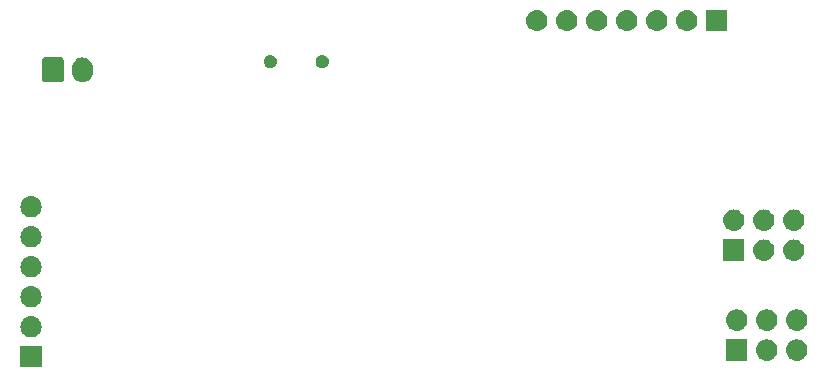
<source format=gbr>
G04 #@! TF.GenerationSoftware,KiCad,Pcbnew,5.1.4+dfsg1-1*
G04 #@! TF.CreationDate,2020-04-01T15:50:02-07:00*
G04 #@! TF.ProjectId,esp32_sensornode,65737033-325f-4736-956e-736f726e6f64,rev?*
G04 #@! TF.SameCoordinates,Original*
G04 #@! TF.FileFunction,Soldermask,Bot*
G04 #@! TF.FilePolarity,Negative*
%FSLAX46Y46*%
G04 Gerber Fmt 4.6, Leading zero omitted, Abs format (unit mm)*
G04 Created by KiCad (PCBNEW 5.1.4+dfsg1-1) date 2020-04-01 15:50:02*
%MOMM*%
%LPD*%
G04 APERTURE LIST*
%ADD10C,0.100000*%
G04 APERTURE END LIST*
D10*
G36*
X53415600Y-73902000D02*
G01*
X51613600Y-73902000D01*
X51613600Y-72100000D01*
X53415600Y-72100000D01*
X53415600Y-73902000D01*
X53415600Y-73902000D01*
G37*
G36*
X117458543Y-71535019D02*
G01*
X117524727Y-71541537D01*
X117694566Y-71593057D01*
X117851091Y-71676722D01*
X117886829Y-71706052D01*
X117988286Y-71789314D01*
X118071548Y-71890771D01*
X118100878Y-71926509D01*
X118184543Y-72083034D01*
X118236063Y-72252873D01*
X118253459Y-72429500D01*
X118236063Y-72606127D01*
X118184543Y-72775966D01*
X118100878Y-72932491D01*
X118071548Y-72968229D01*
X117988286Y-73069686D01*
X117886829Y-73152948D01*
X117851091Y-73182278D01*
X117694566Y-73265943D01*
X117524727Y-73317463D01*
X117458543Y-73323981D01*
X117392360Y-73330500D01*
X117303840Y-73330500D01*
X117237657Y-73323981D01*
X117171473Y-73317463D01*
X117001634Y-73265943D01*
X116845109Y-73182278D01*
X116809371Y-73152948D01*
X116707914Y-73069686D01*
X116624652Y-72968229D01*
X116595322Y-72932491D01*
X116511657Y-72775966D01*
X116460137Y-72606127D01*
X116442741Y-72429500D01*
X116460137Y-72252873D01*
X116511657Y-72083034D01*
X116595322Y-71926509D01*
X116624652Y-71890771D01*
X116707914Y-71789314D01*
X116809371Y-71706052D01*
X116845109Y-71676722D01*
X117001634Y-71593057D01*
X117171473Y-71541537D01*
X117237657Y-71535019D01*
X117303840Y-71528500D01*
X117392360Y-71528500D01*
X117458543Y-71535019D01*
X117458543Y-71535019D01*
G37*
G36*
X114918543Y-71535019D02*
G01*
X114984727Y-71541537D01*
X115154566Y-71593057D01*
X115311091Y-71676722D01*
X115346829Y-71706052D01*
X115448286Y-71789314D01*
X115531548Y-71890771D01*
X115560878Y-71926509D01*
X115644543Y-72083034D01*
X115696063Y-72252873D01*
X115713459Y-72429500D01*
X115696063Y-72606127D01*
X115644543Y-72775966D01*
X115560878Y-72932491D01*
X115531548Y-72968229D01*
X115448286Y-73069686D01*
X115346829Y-73152948D01*
X115311091Y-73182278D01*
X115154566Y-73265943D01*
X114984727Y-73317463D01*
X114918543Y-73323981D01*
X114852360Y-73330500D01*
X114763840Y-73330500D01*
X114697657Y-73323981D01*
X114631473Y-73317463D01*
X114461634Y-73265943D01*
X114305109Y-73182278D01*
X114269371Y-73152948D01*
X114167914Y-73069686D01*
X114084652Y-72968229D01*
X114055322Y-72932491D01*
X113971657Y-72775966D01*
X113920137Y-72606127D01*
X113902741Y-72429500D01*
X113920137Y-72252873D01*
X113971657Y-72083034D01*
X114055322Y-71926509D01*
X114084652Y-71890771D01*
X114167914Y-71789314D01*
X114269371Y-71706052D01*
X114305109Y-71676722D01*
X114461634Y-71593057D01*
X114631473Y-71541537D01*
X114697657Y-71535019D01*
X114763840Y-71528500D01*
X114852360Y-71528500D01*
X114918543Y-71535019D01*
X114918543Y-71535019D01*
G37*
G36*
X113169100Y-73330500D02*
G01*
X111367100Y-73330500D01*
X111367100Y-71528500D01*
X113169100Y-71528500D01*
X113169100Y-73330500D01*
X113169100Y-73330500D01*
G37*
G36*
X52625043Y-69566519D02*
G01*
X52691227Y-69573037D01*
X52861066Y-69624557D01*
X53017591Y-69708222D01*
X53053329Y-69737552D01*
X53154786Y-69820814D01*
X53211154Y-69889500D01*
X53267378Y-69958009D01*
X53351043Y-70114534D01*
X53402563Y-70284373D01*
X53419959Y-70461000D01*
X53402563Y-70637627D01*
X53351043Y-70807466D01*
X53267378Y-70963991D01*
X53238048Y-70999729D01*
X53154786Y-71101186D01*
X53053329Y-71184448D01*
X53017591Y-71213778D01*
X52861066Y-71297443D01*
X52691227Y-71348963D01*
X52625043Y-71355481D01*
X52558860Y-71362000D01*
X52470340Y-71362000D01*
X52404157Y-71355481D01*
X52337973Y-71348963D01*
X52168134Y-71297443D01*
X52011609Y-71213778D01*
X51975871Y-71184448D01*
X51874414Y-71101186D01*
X51791152Y-70999729D01*
X51761822Y-70963991D01*
X51678157Y-70807466D01*
X51626637Y-70637627D01*
X51609241Y-70461000D01*
X51626637Y-70284373D01*
X51678157Y-70114534D01*
X51761822Y-69958009D01*
X51818046Y-69889500D01*
X51874414Y-69820814D01*
X51975871Y-69737552D01*
X52011609Y-69708222D01*
X52168134Y-69624557D01*
X52337973Y-69573037D01*
X52404157Y-69566519D01*
X52470340Y-69560000D01*
X52558860Y-69560000D01*
X52625043Y-69566519D01*
X52625043Y-69566519D01*
G37*
G36*
X112378543Y-68995019D02*
G01*
X112444727Y-69001537D01*
X112614566Y-69053057D01*
X112771091Y-69136722D01*
X112806829Y-69166052D01*
X112908286Y-69249314D01*
X112991548Y-69350771D01*
X113020878Y-69386509D01*
X113104543Y-69543034D01*
X113156063Y-69712873D01*
X113173459Y-69889500D01*
X113156063Y-70066127D01*
X113104543Y-70235966D01*
X113020878Y-70392491D01*
X112991548Y-70428229D01*
X112908286Y-70529686D01*
X112806829Y-70612948D01*
X112771091Y-70642278D01*
X112614566Y-70725943D01*
X112444727Y-70777463D01*
X112378543Y-70783981D01*
X112312360Y-70790500D01*
X112223840Y-70790500D01*
X112157657Y-70783981D01*
X112091473Y-70777463D01*
X111921634Y-70725943D01*
X111765109Y-70642278D01*
X111729371Y-70612948D01*
X111627914Y-70529686D01*
X111544652Y-70428229D01*
X111515322Y-70392491D01*
X111431657Y-70235966D01*
X111380137Y-70066127D01*
X111362741Y-69889500D01*
X111380137Y-69712873D01*
X111431657Y-69543034D01*
X111515322Y-69386509D01*
X111544652Y-69350771D01*
X111627914Y-69249314D01*
X111729371Y-69166052D01*
X111765109Y-69136722D01*
X111921634Y-69053057D01*
X112091473Y-69001537D01*
X112157657Y-68995019D01*
X112223840Y-68988500D01*
X112312360Y-68988500D01*
X112378543Y-68995019D01*
X112378543Y-68995019D01*
G37*
G36*
X117458543Y-68995019D02*
G01*
X117524727Y-69001537D01*
X117694566Y-69053057D01*
X117851091Y-69136722D01*
X117886829Y-69166052D01*
X117988286Y-69249314D01*
X118071548Y-69350771D01*
X118100878Y-69386509D01*
X118184543Y-69543034D01*
X118236063Y-69712873D01*
X118253459Y-69889500D01*
X118236063Y-70066127D01*
X118184543Y-70235966D01*
X118100878Y-70392491D01*
X118071548Y-70428229D01*
X117988286Y-70529686D01*
X117886829Y-70612948D01*
X117851091Y-70642278D01*
X117694566Y-70725943D01*
X117524727Y-70777463D01*
X117458543Y-70783981D01*
X117392360Y-70790500D01*
X117303840Y-70790500D01*
X117237657Y-70783981D01*
X117171473Y-70777463D01*
X117001634Y-70725943D01*
X116845109Y-70642278D01*
X116809371Y-70612948D01*
X116707914Y-70529686D01*
X116624652Y-70428229D01*
X116595322Y-70392491D01*
X116511657Y-70235966D01*
X116460137Y-70066127D01*
X116442741Y-69889500D01*
X116460137Y-69712873D01*
X116511657Y-69543034D01*
X116595322Y-69386509D01*
X116624652Y-69350771D01*
X116707914Y-69249314D01*
X116809371Y-69166052D01*
X116845109Y-69136722D01*
X117001634Y-69053057D01*
X117171473Y-69001537D01*
X117237657Y-68995019D01*
X117303840Y-68988500D01*
X117392360Y-68988500D01*
X117458543Y-68995019D01*
X117458543Y-68995019D01*
G37*
G36*
X114918543Y-68995019D02*
G01*
X114984727Y-69001537D01*
X115154566Y-69053057D01*
X115311091Y-69136722D01*
X115346829Y-69166052D01*
X115448286Y-69249314D01*
X115531548Y-69350771D01*
X115560878Y-69386509D01*
X115644543Y-69543034D01*
X115696063Y-69712873D01*
X115713459Y-69889500D01*
X115696063Y-70066127D01*
X115644543Y-70235966D01*
X115560878Y-70392491D01*
X115531548Y-70428229D01*
X115448286Y-70529686D01*
X115346829Y-70612948D01*
X115311091Y-70642278D01*
X115154566Y-70725943D01*
X114984727Y-70777463D01*
X114918543Y-70783981D01*
X114852360Y-70790500D01*
X114763840Y-70790500D01*
X114697657Y-70783981D01*
X114631473Y-70777463D01*
X114461634Y-70725943D01*
X114305109Y-70642278D01*
X114269371Y-70612948D01*
X114167914Y-70529686D01*
X114084652Y-70428229D01*
X114055322Y-70392491D01*
X113971657Y-70235966D01*
X113920137Y-70066127D01*
X113902741Y-69889500D01*
X113920137Y-69712873D01*
X113971657Y-69543034D01*
X114055322Y-69386509D01*
X114084652Y-69350771D01*
X114167914Y-69249314D01*
X114269371Y-69166052D01*
X114305109Y-69136722D01*
X114461634Y-69053057D01*
X114631473Y-69001537D01*
X114697657Y-68995019D01*
X114763840Y-68988500D01*
X114852360Y-68988500D01*
X114918543Y-68995019D01*
X114918543Y-68995019D01*
G37*
G36*
X52625042Y-67026518D02*
G01*
X52691227Y-67033037D01*
X52861066Y-67084557D01*
X53017591Y-67168222D01*
X53053329Y-67197552D01*
X53154786Y-67280814D01*
X53238048Y-67382271D01*
X53267378Y-67418009D01*
X53351043Y-67574534D01*
X53402563Y-67744373D01*
X53419959Y-67921000D01*
X53402563Y-68097627D01*
X53351043Y-68267466D01*
X53267378Y-68423991D01*
X53238048Y-68459729D01*
X53154786Y-68561186D01*
X53053329Y-68644448D01*
X53017591Y-68673778D01*
X52861066Y-68757443D01*
X52691227Y-68808963D01*
X52625042Y-68815482D01*
X52558860Y-68822000D01*
X52470340Y-68822000D01*
X52404158Y-68815482D01*
X52337973Y-68808963D01*
X52168134Y-68757443D01*
X52011609Y-68673778D01*
X51975871Y-68644448D01*
X51874414Y-68561186D01*
X51791152Y-68459729D01*
X51761822Y-68423991D01*
X51678157Y-68267466D01*
X51626637Y-68097627D01*
X51609241Y-67921000D01*
X51626637Y-67744373D01*
X51678157Y-67574534D01*
X51761822Y-67418009D01*
X51791152Y-67382271D01*
X51874414Y-67280814D01*
X51975871Y-67197552D01*
X52011609Y-67168222D01*
X52168134Y-67084557D01*
X52337973Y-67033037D01*
X52404158Y-67026518D01*
X52470340Y-67020000D01*
X52558860Y-67020000D01*
X52625042Y-67026518D01*
X52625042Y-67026518D01*
G37*
G36*
X52625043Y-64486519D02*
G01*
X52691227Y-64493037D01*
X52861066Y-64544557D01*
X53017591Y-64628222D01*
X53053329Y-64657552D01*
X53154786Y-64740814D01*
X53209712Y-64807743D01*
X53267378Y-64878009D01*
X53351043Y-65034534D01*
X53402563Y-65204373D01*
X53419959Y-65381000D01*
X53402563Y-65557627D01*
X53351043Y-65727466D01*
X53267378Y-65883991D01*
X53238048Y-65919729D01*
X53154786Y-66021186D01*
X53053329Y-66104448D01*
X53017591Y-66133778D01*
X52861066Y-66217443D01*
X52691227Y-66268963D01*
X52625043Y-66275481D01*
X52558860Y-66282000D01*
X52470340Y-66282000D01*
X52404157Y-66275481D01*
X52337973Y-66268963D01*
X52168134Y-66217443D01*
X52011609Y-66133778D01*
X51975871Y-66104448D01*
X51874414Y-66021186D01*
X51791152Y-65919729D01*
X51761822Y-65883991D01*
X51678157Y-65727466D01*
X51626637Y-65557627D01*
X51609241Y-65381000D01*
X51626637Y-65204373D01*
X51678157Y-65034534D01*
X51761822Y-64878009D01*
X51819488Y-64807743D01*
X51874414Y-64740814D01*
X51975871Y-64657552D01*
X52011609Y-64628222D01*
X52168134Y-64544557D01*
X52337973Y-64493037D01*
X52404157Y-64486519D01*
X52470340Y-64480000D01*
X52558860Y-64480000D01*
X52625043Y-64486519D01*
X52625043Y-64486519D01*
G37*
G36*
X114664543Y-63076819D02*
G01*
X114730727Y-63083337D01*
X114900566Y-63134857D01*
X115057091Y-63218522D01*
X115092829Y-63247852D01*
X115194286Y-63331114D01*
X115277548Y-63432571D01*
X115306878Y-63468309D01*
X115390543Y-63624834D01*
X115442063Y-63794673D01*
X115459459Y-63971300D01*
X115442063Y-64147927D01*
X115390543Y-64317766D01*
X115306878Y-64474291D01*
X115291493Y-64493037D01*
X115194286Y-64611486D01*
X115092829Y-64694748D01*
X115057091Y-64724078D01*
X114900566Y-64807743D01*
X114730727Y-64859263D01*
X114664542Y-64865782D01*
X114598360Y-64872300D01*
X114509840Y-64872300D01*
X114443658Y-64865782D01*
X114377473Y-64859263D01*
X114207634Y-64807743D01*
X114051109Y-64724078D01*
X114015371Y-64694748D01*
X113913914Y-64611486D01*
X113816707Y-64493037D01*
X113801322Y-64474291D01*
X113717657Y-64317766D01*
X113666137Y-64147927D01*
X113648741Y-63971300D01*
X113666137Y-63794673D01*
X113717657Y-63624834D01*
X113801322Y-63468309D01*
X113830652Y-63432571D01*
X113913914Y-63331114D01*
X114015371Y-63247852D01*
X114051109Y-63218522D01*
X114207634Y-63134857D01*
X114377473Y-63083337D01*
X114443657Y-63076819D01*
X114509840Y-63070300D01*
X114598360Y-63070300D01*
X114664543Y-63076819D01*
X114664543Y-63076819D01*
G37*
G36*
X117204543Y-63076819D02*
G01*
X117270727Y-63083337D01*
X117440566Y-63134857D01*
X117597091Y-63218522D01*
X117632829Y-63247852D01*
X117734286Y-63331114D01*
X117817548Y-63432571D01*
X117846878Y-63468309D01*
X117930543Y-63624834D01*
X117982063Y-63794673D01*
X117999459Y-63971300D01*
X117982063Y-64147927D01*
X117930543Y-64317766D01*
X117846878Y-64474291D01*
X117831493Y-64493037D01*
X117734286Y-64611486D01*
X117632829Y-64694748D01*
X117597091Y-64724078D01*
X117440566Y-64807743D01*
X117270727Y-64859263D01*
X117204542Y-64865782D01*
X117138360Y-64872300D01*
X117049840Y-64872300D01*
X116983658Y-64865782D01*
X116917473Y-64859263D01*
X116747634Y-64807743D01*
X116591109Y-64724078D01*
X116555371Y-64694748D01*
X116453914Y-64611486D01*
X116356707Y-64493037D01*
X116341322Y-64474291D01*
X116257657Y-64317766D01*
X116206137Y-64147927D01*
X116188741Y-63971300D01*
X116206137Y-63794673D01*
X116257657Y-63624834D01*
X116341322Y-63468309D01*
X116370652Y-63432571D01*
X116453914Y-63331114D01*
X116555371Y-63247852D01*
X116591109Y-63218522D01*
X116747634Y-63134857D01*
X116917473Y-63083337D01*
X116983657Y-63076819D01*
X117049840Y-63070300D01*
X117138360Y-63070300D01*
X117204543Y-63076819D01*
X117204543Y-63076819D01*
G37*
G36*
X112915100Y-64872300D02*
G01*
X111113100Y-64872300D01*
X111113100Y-63070300D01*
X112915100Y-63070300D01*
X112915100Y-64872300D01*
X112915100Y-64872300D01*
G37*
G36*
X52625042Y-61946518D02*
G01*
X52691227Y-61953037D01*
X52861066Y-62004557D01*
X53017591Y-62088222D01*
X53053329Y-62117552D01*
X53154786Y-62200814D01*
X53209712Y-62267743D01*
X53267378Y-62338009D01*
X53351043Y-62494534D01*
X53402563Y-62664373D01*
X53419959Y-62841000D01*
X53402563Y-63017627D01*
X53351043Y-63187466D01*
X53267378Y-63343991D01*
X53238048Y-63379729D01*
X53154786Y-63481186D01*
X53053329Y-63564448D01*
X53017591Y-63593778D01*
X52861066Y-63677443D01*
X52691227Y-63728963D01*
X52625043Y-63735481D01*
X52558860Y-63742000D01*
X52470340Y-63742000D01*
X52404157Y-63735481D01*
X52337973Y-63728963D01*
X52168134Y-63677443D01*
X52011609Y-63593778D01*
X51975871Y-63564448D01*
X51874414Y-63481186D01*
X51791152Y-63379729D01*
X51761822Y-63343991D01*
X51678157Y-63187466D01*
X51626637Y-63017627D01*
X51609241Y-62841000D01*
X51626637Y-62664373D01*
X51678157Y-62494534D01*
X51761822Y-62338009D01*
X51819488Y-62267743D01*
X51874414Y-62200814D01*
X51975871Y-62117552D01*
X52011609Y-62088222D01*
X52168134Y-62004557D01*
X52337973Y-61953037D01*
X52404158Y-61946518D01*
X52470340Y-61940000D01*
X52558860Y-61940000D01*
X52625042Y-61946518D01*
X52625042Y-61946518D01*
G37*
G36*
X117204543Y-60536819D02*
G01*
X117270727Y-60543337D01*
X117440566Y-60594857D01*
X117597091Y-60678522D01*
X117632829Y-60707852D01*
X117734286Y-60791114D01*
X117817548Y-60892571D01*
X117846878Y-60928309D01*
X117930543Y-61084834D01*
X117982063Y-61254673D01*
X117999459Y-61431300D01*
X117982063Y-61607927D01*
X117930543Y-61777766D01*
X117846878Y-61934291D01*
X117831493Y-61953037D01*
X117734286Y-62071486D01*
X117632829Y-62154748D01*
X117597091Y-62184078D01*
X117440566Y-62267743D01*
X117270727Y-62319263D01*
X117204542Y-62325782D01*
X117138360Y-62332300D01*
X117049840Y-62332300D01*
X116983658Y-62325782D01*
X116917473Y-62319263D01*
X116747634Y-62267743D01*
X116591109Y-62184078D01*
X116555371Y-62154748D01*
X116453914Y-62071486D01*
X116356707Y-61953037D01*
X116341322Y-61934291D01*
X116257657Y-61777766D01*
X116206137Y-61607927D01*
X116188741Y-61431300D01*
X116206137Y-61254673D01*
X116257657Y-61084834D01*
X116341322Y-60928309D01*
X116370652Y-60892571D01*
X116453914Y-60791114D01*
X116555371Y-60707852D01*
X116591109Y-60678522D01*
X116747634Y-60594857D01*
X116917473Y-60543337D01*
X116983657Y-60536819D01*
X117049840Y-60530300D01*
X117138360Y-60530300D01*
X117204543Y-60536819D01*
X117204543Y-60536819D01*
G37*
G36*
X112124543Y-60536819D02*
G01*
X112190727Y-60543337D01*
X112360566Y-60594857D01*
X112517091Y-60678522D01*
X112552829Y-60707852D01*
X112654286Y-60791114D01*
X112737548Y-60892571D01*
X112766878Y-60928309D01*
X112850543Y-61084834D01*
X112902063Y-61254673D01*
X112919459Y-61431300D01*
X112902063Y-61607927D01*
X112850543Y-61777766D01*
X112766878Y-61934291D01*
X112751493Y-61953037D01*
X112654286Y-62071486D01*
X112552829Y-62154748D01*
X112517091Y-62184078D01*
X112360566Y-62267743D01*
X112190727Y-62319263D01*
X112124542Y-62325782D01*
X112058360Y-62332300D01*
X111969840Y-62332300D01*
X111903658Y-62325782D01*
X111837473Y-62319263D01*
X111667634Y-62267743D01*
X111511109Y-62184078D01*
X111475371Y-62154748D01*
X111373914Y-62071486D01*
X111276707Y-61953037D01*
X111261322Y-61934291D01*
X111177657Y-61777766D01*
X111126137Y-61607927D01*
X111108741Y-61431300D01*
X111126137Y-61254673D01*
X111177657Y-61084834D01*
X111261322Y-60928309D01*
X111290652Y-60892571D01*
X111373914Y-60791114D01*
X111475371Y-60707852D01*
X111511109Y-60678522D01*
X111667634Y-60594857D01*
X111837473Y-60543337D01*
X111903657Y-60536819D01*
X111969840Y-60530300D01*
X112058360Y-60530300D01*
X112124543Y-60536819D01*
X112124543Y-60536819D01*
G37*
G36*
X114664543Y-60536819D02*
G01*
X114730727Y-60543337D01*
X114900566Y-60594857D01*
X115057091Y-60678522D01*
X115092829Y-60707852D01*
X115194286Y-60791114D01*
X115277548Y-60892571D01*
X115306878Y-60928309D01*
X115390543Y-61084834D01*
X115442063Y-61254673D01*
X115459459Y-61431300D01*
X115442063Y-61607927D01*
X115390543Y-61777766D01*
X115306878Y-61934291D01*
X115291493Y-61953037D01*
X115194286Y-62071486D01*
X115092829Y-62154748D01*
X115057091Y-62184078D01*
X114900566Y-62267743D01*
X114730727Y-62319263D01*
X114664542Y-62325782D01*
X114598360Y-62332300D01*
X114509840Y-62332300D01*
X114443658Y-62325782D01*
X114377473Y-62319263D01*
X114207634Y-62267743D01*
X114051109Y-62184078D01*
X114015371Y-62154748D01*
X113913914Y-62071486D01*
X113816707Y-61953037D01*
X113801322Y-61934291D01*
X113717657Y-61777766D01*
X113666137Y-61607927D01*
X113648741Y-61431300D01*
X113666137Y-61254673D01*
X113717657Y-61084834D01*
X113801322Y-60928309D01*
X113830652Y-60892571D01*
X113913914Y-60791114D01*
X114015371Y-60707852D01*
X114051109Y-60678522D01*
X114207634Y-60594857D01*
X114377473Y-60543337D01*
X114443657Y-60536819D01*
X114509840Y-60530300D01*
X114598360Y-60530300D01*
X114664543Y-60536819D01*
X114664543Y-60536819D01*
G37*
G36*
X52625043Y-59406519D02*
G01*
X52691227Y-59413037D01*
X52861066Y-59464557D01*
X53017591Y-59548222D01*
X53053329Y-59577552D01*
X53154786Y-59660814D01*
X53238048Y-59762271D01*
X53267378Y-59798009D01*
X53351043Y-59954534D01*
X53402563Y-60124373D01*
X53419959Y-60301000D01*
X53402563Y-60477627D01*
X53351043Y-60647466D01*
X53267378Y-60803991D01*
X53238048Y-60839729D01*
X53154786Y-60941186D01*
X53053329Y-61024448D01*
X53017591Y-61053778D01*
X52861066Y-61137443D01*
X52691227Y-61188963D01*
X52625043Y-61195481D01*
X52558860Y-61202000D01*
X52470340Y-61202000D01*
X52404157Y-61195481D01*
X52337973Y-61188963D01*
X52168134Y-61137443D01*
X52011609Y-61053778D01*
X51975871Y-61024448D01*
X51874414Y-60941186D01*
X51791152Y-60839729D01*
X51761822Y-60803991D01*
X51678157Y-60647466D01*
X51626637Y-60477627D01*
X51609241Y-60301000D01*
X51626637Y-60124373D01*
X51678157Y-59954534D01*
X51761822Y-59798009D01*
X51791152Y-59762271D01*
X51874414Y-59660814D01*
X51975871Y-59577552D01*
X52011609Y-59548222D01*
X52168134Y-59464557D01*
X52337973Y-59413037D01*
X52404157Y-59406519D01*
X52470340Y-59400000D01*
X52558860Y-59400000D01*
X52625043Y-59406519D01*
X52625043Y-59406519D01*
G37*
G36*
X57045426Y-47667937D02*
G01*
X57215265Y-47719457D01*
X57215267Y-47719458D01*
X57371789Y-47803121D01*
X57508986Y-47915714D01*
X57592248Y-48017171D01*
X57621578Y-48052909D01*
X57705243Y-48209434D01*
X57756763Y-48379273D01*
X57769800Y-48511642D01*
X57769800Y-48900157D01*
X57756763Y-49032526D01*
X57705243Y-49202366D01*
X57621578Y-49358891D01*
X57592248Y-49394629D01*
X57508986Y-49496086D01*
X57414050Y-49573997D01*
X57371791Y-49608678D01*
X57215266Y-49692343D01*
X57045427Y-49743863D01*
X56868800Y-49761259D01*
X56692174Y-49743863D01*
X56522335Y-49692343D01*
X56365810Y-49608678D01*
X56228615Y-49496085D01*
X56116022Y-49358891D01*
X56032357Y-49202366D01*
X55980837Y-49032527D01*
X55967800Y-48900158D01*
X55967800Y-48511643D01*
X55980837Y-48379274D01*
X56032357Y-48209435D01*
X56032359Y-48209432D01*
X56116021Y-48052911D01*
X56228614Y-47915714D01*
X56330071Y-47832452D01*
X56365809Y-47803122D01*
X56522334Y-47719457D01*
X56692173Y-47667937D01*
X56868800Y-47650541D01*
X57045426Y-47667937D01*
X57045426Y-47667937D01*
G37*
G36*
X55127400Y-47658889D02*
G01*
X55160452Y-47668915D01*
X55190903Y-47685192D01*
X55217599Y-47707101D01*
X55239508Y-47733797D01*
X55255785Y-47764248D01*
X55265811Y-47797300D01*
X55269800Y-47837803D01*
X55269800Y-49573997D01*
X55265811Y-49614500D01*
X55255785Y-49647552D01*
X55239508Y-49678003D01*
X55217599Y-49704699D01*
X55190903Y-49726608D01*
X55160452Y-49742885D01*
X55127400Y-49752911D01*
X55086897Y-49756900D01*
X53650703Y-49756900D01*
X53610200Y-49752911D01*
X53577148Y-49742885D01*
X53546697Y-49726608D01*
X53520001Y-49704699D01*
X53498092Y-49678003D01*
X53481815Y-49647552D01*
X53471789Y-49614500D01*
X53467800Y-49573997D01*
X53467800Y-47837803D01*
X53471789Y-47797300D01*
X53481815Y-47764248D01*
X53498092Y-47733797D01*
X53520001Y-47707101D01*
X53546697Y-47685192D01*
X53577148Y-47668915D01*
X53610200Y-47658889D01*
X53650703Y-47654900D01*
X55086897Y-47654900D01*
X55127400Y-47658889D01*
X55127400Y-47658889D01*
G37*
G36*
X77333921Y-47468374D02*
G01*
X77434195Y-47509909D01*
X77434196Y-47509910D01*
X77524442Y-47570210D01*
X77601190Y-47646958D01*
X77615861Y-47668915D01*
X77661491Y-47737205D01*
X77703026Y-47837479D01*
X77724200Y-47943930D01*
X77724200Y-48052470D01*
X77703026Y-48158921D01*
X77661491Y-48259195D01*
X77661490Y-48259196D01*
X77601190Y-48349442D01*
X77524442Y-48426190D01*
X77479012Y-48456545D01*
X77434195Y-48486491D01*
X77333921Y-48528026D01*
X77227470Y-48549200D01*
X77118930Y-48549200D01*
X77012479Y-48528026D01*
X76912205Y-48486491D01*
X76867388Y-48456545D01*
X76821958Y-48426190D01*
X76745210Y-48349442D01*
X76684910Y-48259196D01*
X76684909Y-48259195D01*
X76643374Y-48158921D01*
X76622200Y-48052470D01*
X76622200Y-47943930D01*
X76643374Y-47837479D01*
X76684909Y-47737205D01*
X76730539Y-47668915D01*
X76745210Y-47646958D01*
X76821958Y-47570210D01*
X76912204Y-47509910D01*
X76912205Y-47509909D01*
X77012479Y-47468374D01*
X77118930Y-47447200D01*
X77227470Y-47447200D01*
X77333921Y-47468374D01*
X77333921Y-47468374D01*
G37*
G36*
X72933921Y-47468374D02*
G01*
X73034195Y-47509909D01*
X73034196Y-47509910D01*
X73124442Y-47570210D01*
X73201190Y-47646958D01*
X73215861Y-47668915D01*
X73261491Y-47737205D01*
X73303026Y-47837479D01*
X73324200Y-47943930D01*
X73324200Y-48052470D01*
X73303026Y-48158921D01*
X73261491Y-48259195D01*
X73261490Y-48259196D01*
X73201190Y-48349442D01*
X73124442Y-48426190D01*
X73079012Y-48456545D01*
X73034195Y-48486491D01*
X72933921Y-48528026D01*
X72827470Y-48549200D01*
X72718930Y-48549200D01*
X72612479Y-48528026D01*
X72512205Y-48486491D01*
X72467388Y-48456545D01*
X72421958Y-48426190D01*
X72345210Y-48349442D01*
X72284910Y-48259196D01*
X72284909Y-48259195D01*
X72243374Y-48158921D01*
X72222200Y-48052470D01*
X72222200Y-47943930D01*
X72243374Y-47837479D01*
X72284909Y-47737205D01*
X72330539Y-47668915D01*
X72345210Y-47646958D01*
X72421958Y-47570210D01*
X72512204Y-47509910D01*
X72512205Y-47509909D01*
X72612479Y-47468374D01*
X72718930Y-47447200D01*
X72827470Y-47447200D01*
X72933921Y-47468374D01*
X72933921Y-47468374D01*
G37*
G36*
X95449442Y-43633118D02*
G01*
X95515627Y-43639637D01*
X95685466Y-43691157D01*
X95841991Y-43774822D01*
X95877729Y-43804152D01*
X95979186Y-43887414D01*
X96062448Y-43988871D01*
X96091778Y-44024609D01*
X96175443Y-44181134D01*
X96226963Y-44350973D01*
X96244359Y-44527600D01*
X96226963Y-44704227D01*
X96175443Y-44874066D01*
X96091778Y-45030591D01*
X96062448Y-45066329D01*
X95979186Y-45167786D01*
X95877729Y-45251048D01*
X95841991Y-45280378D01*
X95685466Y-45364043D01*
X95515627Y-45415563D01*
X95449442Y-45422082D01*
X95383260Y-45428600D01*
X95294740Y-45428600D01*
X95228558Y-45422082D01*
X95162373Y-45415563D01*
X94992534Y-45364043D01*
X94836009Y-45280378D01*
X94800271Y-45251048D01*
X94698814Y-45167786D01*
X94615552Y-45066329D01*
X94586222Y-45030591D01*
X94502557Y-44874066D01*
X94451037Y-44704227D01*
X94433641Y-44527600D01*
X94451037Y-44350973D01*
X94502557Y-44181134D01*
X94586222Y-44024609D01*
X94615552Y-43988871D01*
X94698814Y-43887414D01*
X94800271Y-43804152D01*
X94836009Y-43774822D01*
X94992534Y-43691157D01*
X95162373Y-43639637D01*
X95228557Y-43633119D01*
X95294740Y-43626600D01*
X95383260Y-43626600D01*
X95449442Y-43633118D01*
X95449442Y-43633118D01*
G37*
G36*
X97989442Y-43633118D02*
G01*
X98055627Y-43639637D01*
X98225466Y-43691157D01*
X98381991Y-43774822D01*
X98417729Y-43804152D01*
X98519186Y-43887414D01*
X98602448Y-43988871D01*
X98631778Y-44024609D01*
X98715443Y-44181134D01*
X98766963Y-44350973D01*
X98784359Y-44527600D01*
X98766963Y-44704227D01*
X98715443Y-44874066D01*
X98631778Y-45030591D01*
X98602448Y-45066329D01*
X98519186Y-45167786D01*
X98417729Y-45251048D01*
X98381991Y-45280378D01*
X98225466Y-45364043D01*
X98055627Y-45415563D01*
X97989442Y-45422082D01*
X97923260Y-45428600D01*
X97834740Y-45428600D01*
X97768558Y-45422082D01*
X97702373Y-45415563D01*
X97532534Y-45364043D01*
X97376009Y-45280378D01*
X97340271Y-45251048D01*
X97238814Y-45167786D01*
X97155552Y-45066329D01*
X97126222Y-45030591D01*
X97042557Y-44874066D01*
X96991037Y-44704227D01*
X96973641Y-44527600D01*
X96991037Y-44350973D01*
X97042557Y-44181134D01*
X97126222Y-44024609D01*
X97155552Y-43988871D01*
X97238814Y-43887414D01*
X97340271Y-43804152D01*
X97376009Y-43774822D01*
X97532534Y-43691157D01*
X97702373Y-43639637D01*
X97768557Y-43633119D01*
X97834740Y-43626600D01*
X97923260Y-43626600D01*
X97989442Y-43633118D01*
X97989442Y-43633118D01*
G37*
G36*
X100529442Y-43633118D02*
G01*
X100595627Y-43639637D01*
X100765466Y-43691157D01*
X100921991Y-43774822D01*
X100957729Y-43804152D01*
X101059186Y-43887414D01*
X101142448Y-43988871D01*
X101171778Y-44024609D01*
X101255443Y-44181134D01*
X101306963Y-44350973D01*
X101324359Y-44527600D01*
X101306963Y-44704227D01*
X101255443Y-44874066D01*
X101171778Y-45030591D01*
X101142448Y-45066329D01*
X101059186Y-45167786D01*
X100957729Y-45251048D01*
X100921991Y-45280378D01*
X100765466Y-45364043D01*
X100595627Y-45415563D01*
X100529442Y-45422082D01*
X100463260Y-45428600D01*
X100374740Y-45428600D01*
X100308558Y-45422082D01*
X100242373Y-45415563D01*
X100072534Y-45364043D01*
X99916009Y-45280378D01*
X99880271Y-45251048D01*
X99778814Y-45167786D01*
X99695552Y-45066329D01*
X99666222Y-45030591D01*
X99582557Y-44874066D01*
X99531037Y-44704227D01*
X99513641Y-44527600D01*
X99531037Y-44350973D01*
X99582557Y-44181134D01*
X99666222Y-44024609D01*
X99695552Y-43988871D01*
X99778814Y-43887414D01*
X99880271Y-43804152D01*
X99916009Y-43774822D01*
X100072534Y-43691157D01*
X100242373Y-43639637D01*
X100308557Y-43633119D01*
X100374740Y-43626600D01*
X100463260Y-43626600D01*
X100529442Y-43633118D01*
X100529442Y-43633118D01*
G37*
G36*
X103069442Y-43633118D02*
G01*
X103135627Y-43639637D01*
X103305466Y-43691157D01*
X103461991Y-43774822D01*
X103497729Y-43804152D01*
X103599186Y-43887414D01*
X103682448Y-43988871D01*
X103711778Y-44024609D01*
X103795443Y-44181134D01*
X103846963Y-44350973D01*
X103864359Y-44527600D01*
X103846963Y-44704227D01*
X103795443Y-44874066D01*
X103711778Y-45030591D01*
X103682448Y-45066329D01*
X103599186Y-45167786D01*
X103497729Y-45251048D01*
X103461991Y-45280378D01*
X103305466Y-45364043D01*
X103135627Y-45415563D01*
X103069442Y-45422082D01*
X103003260Y-45428600D01*
X102914740Y-45428600D01*
X102848558Y-45422082D01*
X102782373Y-45415563D01*
X102612534Y-45364043D01*
X102456009Y-45280378D01*
X102420271Y-45251048D01*
X102318814Y-45167786D01*
X102235552Y-45066329D01*
X102206222Y-45030591D01*
X102122557Y-44874066D01*
X102071037Y-44704227D01*
X102053641Y-44527600D01*
X102071037Y-44350973D01*
X102122557Y-44181134D01*
X102206222Y-44024609D01*
X102235552Y-43988871D01*
X102318814Y-43887414D01*
X102420271Y-43804152D01*
X102456009Y-43774822D01*
X102612534Y-43691157D01*
X102782373Y-43639637D01*
X102848557Y-43633119D01*
X102914740Y-43626600D01*
X103003260Y-43626600D01*
X103069442Y-43633118D01*
X103069442Y-43633118D01*
G37*
G36*
X105609442Y-43633118D02*
G01*
X105675627Y-43639637D01*
X105845466Y-43691157D01*
X106001991Y-43774822D01*
X106037729Y-43804152D01*
X106139186Y-43887414D01*
X106222448Y-43988871D01*
X106251778Y-44024609D01*
X106335443Y-44181134D01*
X106386963Y-44350973D01*
X106404359Y-44527600D01*
X106386963Y-44704227D01*
X106335443Y-44874066D01*
X106251778Y-45030591D01*
X106222448Y-45066329D01*
X106139186Y-45167786D01*
X106037729Y-45251048D01*
X106001991Y-45280378D01*
X105845466Y-45364043D01*
X105675627Y-45415563D01*
X105609442Y-45422082D01*
X105543260Y-45428600D01*
X105454740Y-45428600D01*
X105388558Y-45422082D01*
X105322373Y-45415563D01*
X105152534Y-45364043D01*
X104996009Y-45280378D01*
X104960271Y-45251048D01*
X104858814Y-45167786D01*
X104775552Y-45066329D01*
X104746222Y-45030591D01*
X104662557Y-44874066D01*
X104611037Y-44704227D01*
X104593641Y-44527600D01*
X104611037Y-44350973D01*
X104662557Y-44181134D01*
X104746222Y-44024609D01*
X104775552Y-43988871D01*
X104858814Y-43887414D01*
X104960271Y-43804152D01*
X104996009Y-43774822D01*
X105152534Y-43691157D01*
X105322373Y-43639637D01*
X105388557Y-43633119D01*
X105454740Y-43626600D01*
X105543260Y-43626600D01*
X105609442Y-43633118D01*
X105609442Y-43633118D01*
G37*
G36*
X108149442Y-43633118D02*
G01*
X108215627Y-43639637D01*
X108385466Y-43691157D01*
X108541991Y-43774822D01*
X108577729Y-43804152D01*
X108679186Y-43887414D01*
X108762448Y-43988871D01*
X108791778Y-44024609D01*
X108875443Y-44181134D01*
X108926963Y-44350973D01*
X108944359Y-44527600D01*
X108926963Y-44704227D01*
X108875443Y-44874066D01*
X108791778Y-45030591D01*
X108762448Y-45066329D01*
X108679186Y-45167786D01*
X108577729Y-45251048D01*
X108541991Y-45280378D01*
X108385466Y-45364043D01*
X108215627Y-45415563D01*
X108149442Y-45422082D01*
X108083260Y-45428600D01*
X107994740Y-45428600D01*
X107928558Y-45422082D01*
X107862373Y-45415563D01*
X107692534Y-45364043D01*
X107536009Y-45280378D01*
X107500271Y-45251048D01*
X107398814Y-45167786D01*
X107315552Y-45066329D01*
X107286222Y-45030591D01*
X107202557Y-44874066D01*
X107151037Y-44704227D01*
X107133641Y-44527600D01*
X107151037Y-44350973D01*
X107202557Y-44181134D01*
X107286222Y-44024609D01*
X107315552Y-43988871D01*
X107398814Y-43887414D01*
X107500271Y-43804152D01*
X107536009Y-43774822D01*
X107692534Y-43691157D01*
X107862373Y-43639637D01*
X107928557Y-43633119D01*
X107994740Y-43626600D01*
X108083260Y-43626600D01*
X108149442Y-43633118D01*
X108149442Y-43633118D01*
G37*
G36*
X111480000Y-45428600D02*
G01*
X109678000Y-45428600D01*
X109678000Y-43626600D01*
X111480000Y-43626600D01*
X111480000Y-45428600D01*
X111480000Y-45428600D01*
G37*
M02*

</source>
